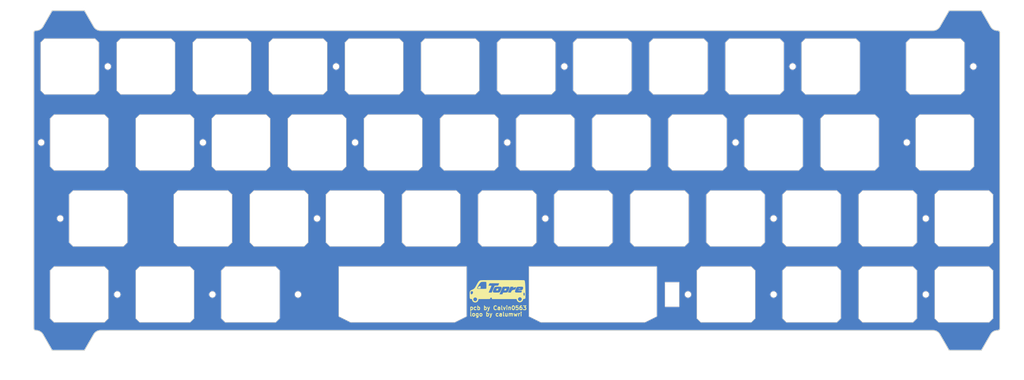
<source format=kicad_pcb>
(kicad_pcb (version 20240108) (generator "pcbnew") (generator_version "8.0")
  (layers (0 "F.Cu" signal) (31 "B.Cu" signal) (34 "B.Paste" user) (35 "F.Paste" user) (36 "B.SilkS" user "B.Silkscreen") (37 "F.SilkS" user "F.Silkscreen") (38 "B.Mask" user) (39 "F.Mask" user) (44 "Edge.Cuts" user))
  (net 0 "")
  (net 1 "GND")
  (footprint "cipulot_parts:ecs_plate_cut_1U" (layer "F.Cu") (at 146.84375 30.95625)
    (property "Reference" "REF**")
    (property "Value" "Value " (hide yes))
    (fp_line (start -7.3 -6) (end -7.3 6) (stroke (width 0.12)) (layer "Edge.Cuts"))
    (fp_line (start -7.3 6) (end -6.3 7) (stroke (width 0.12)) (layer "Edge.Cuts"))
    (fp_line (start -6.3 -7) (end -7.3 -6) (stroke (width 0.12)) (layer "Edge.Cuts"))
    (fp_line (start -6.3 7) (end 6.3 7) (stroke (width 0.12)) (layer "Edge.Cuts"))
    (fp_line (start 6.3 -7) (end -6.3 -7) (stroke (width 0.12)) (layer "Edge.Cuts"))
    (fp_line (start 6.3 -7) (end 7.3 -6) (stroke (width 0.12)) (layer "Edge.Cuts"))
    (fp_line (start 6.3 7) (end 7.3 6) (stroke (width 0.12)) (layer "Edge.Cuts"))
    (fp_line (start 7.3 6) (end 7.3 -6) (stroke (width 0.12)) (layer "Edge.Cuts"))
  )
  (footprint "cipulot_parts:ecs_plate_cut_1U" (layer "F.Cu") (at 56.35625 88.10625)
    (property "Reference" "REF**")
    (property "Value" "Value " (hide yes))
    (fp_line (start -7.3 -6) (end -7.3 6) (stroke (width 0.12)) (layer "Edge.Cuts"))
    (fp_line (start -7.3 6) (end -6.3 7) (stroke (width 0.12)) (layer "Edge.Cuts"))
    (fp_line (start -6.3 -7) (end -7.3 -6) (stroke (width 0.12)) (layer "Edge.Cuts"))
    (fp_line (start -6.3 7) (end 6.3 7) (stroke (width 0.12)) (layer "Edge.Cuts"))
    (fp_line (start 6.3 -7) (end -6.3 -7) (stroke (width 0.12)) (layer "Edge.Cuts"))
    (fp_line (start 6.3 -7) (end 7.3 -6) (stroke (width 0.12)) (layer "Edge.Cuts"))
    (fp_line (start 6.3 7) (end 7.3 6) (stroke (width 0.12)) (layer "Edge.Cuts"))
    (fp_line (start 7.3 6) (end 7.3 -6) (stroke (width 0.12)) (layer "Edge.Cuts"))
  )
  (footprint "cipulot_parts:ecs_plate_cut_1U" (layer "F.Cu") (at 34.925 88.10625)
    (property "Reference" "REF**")
    (property "Value" "Value " (hide yes))
    (fp_line (start -7.3 -6) (end -7.3 6) (stroke (width 0.12)) (layer "Edge.Cuts"))
    (fp_line (start -7.3 6) (end -6.3 7) (stroke (width 0.12)) (layer "Edge.Cuts"))
    (fp_line (start -6.3 -7) (end -7.3 -6) (stroke (width 0.12)) (layer "Edge.Cuts"))
    (fp_line (start -6.3 7) (end 6.3 7) (stroke (width 0.12)) (layer "Edge.Cuts"))
    (fp_line (start 6.3 -7) (end -6.3 -7) (stroke (width 0.12)) (layer "Edge.Cuts"))
    (fp_line (start 6.3 -7) (end 7.3 -6) (stroke (width 0.12)) (layer "Edge.Cuts"))
    (fp_line (start 6.3 7) (end 7.3 6) (stroke (width 0.12)) (layer "Edge.Cuts"))
    (fp_line (start 7.3 6) (end 7.3 -6) (stroke (width 0.12)) (layer "Edge.Cuts"))
  )
  (footprint "cipulot_parts:ecs_plate_cut_1U" (layer "F.Cu") (at 113.50625 50.00625)
    (property "Reference" "REF**")
    (property "Value" "Value " (hide yes))
    (fp_line (start -7.3 -6) (end -7.3 6) (stroke (width 0.12)) (layer "Edge.Cuts"))
    (fp_line (start -7.3 6) (end -6.3 7) (stroke (width 0.12)) (layer "Edge.Cuts"))
    (fp_line (start -6.3 -7) (end -7.3 -6) (stroke (width 0.12)) (layer "Edge.Cuts"))
    (fp_line (start -6.3 7) (end 6.3 7) (stroke (width 0.12)) (layer "Edge.Cuts"))
    (fp_line (start 6.3 -7) (end -6.3 -7) (stroke (width 0.12)) (layer "Edge.Cuts"))
    (fp_line (start 6.3 -7) (end 7.3 -6) (stroke (width 0.12)) (layer "Edge.Cuts"))
    (fp_line (start 6.3 7) (end 7.3 6) (stroke (width 0.12)) (layer "Edge.Cuts"))
    (fp_line (start 7.3 6) (end 7.3 -6) (stroke (width 0.12)) (layer "Edge.Cuts"))
  )
  (footprint "cipulot_parts:ecs_plate_cut_1U" (layer "F.Cu") (at 180.18125 69.05625)
    (property "Reference" "REF**")
    (property "Value" "Value " (hide yes))
    (fp_line (start -7.3 -6) (end -7.3 6) (stroke (width 0.12)) (layer "Edge.Cuts"))
    (fp_line (start -7.3 6) (end -6.3 7) (stroke (width 0.12)) (layer "Edge.Cuts"))
    (fp_line (start -6.3 -7) (end -7.3 -6) (stroke (width 0.12)) (layer "Edge.Cuts"))
    (fp_line (start -6.3 7) (end 6.3 7) (stroke (width 0.12)) (layer "Edge.Cuts"))
    (fp_line (start 6.3 -7) (end -6.3 -7) (stroke (width 0.12)) (layer "Edge.Cuts"))
    (fp_line (start 6.3 -7) (end 7.3 -6) (stroke (width 0.12)) (layer "Edge.Cuts"))
    (fp_line (start 6.3 7) (end 7.3 6) (stroke (width 0.12)) (layer "Edge.Cuts"))
    (fp_line (start 7.3 6) (end 7.3 -6) (stroke (width 0.12)) (layer "Edge.Cuts"))
  )
  (footprint "cipulot_parts:ecs_plate_cut_1U" (layer "F.Cu") (at 94.45625 50.00625)
    (property "Reference" "REF**")
    (property "Value" "Value " (hide yes))
    (fp_line (start -7.3 -6) (end -7.3 6) (stroke (width 0.12)) (layer "Edge.Cuts"))
    (fp_line (start -7.3 6) (end -6.3 7) (stroke (width 0.12)) (layer "Edge.Cuts"))
    (fp_line (start -6.3 -7) (end -7.3 -6) (stroke (width 0.12)) (layer "Edge.Cuts"))
    (fp_line (start -6.3 7) (end 6.3 7) (stroke (width 0.12)) (layer "Edge.Cuts"))
    (fp_line (start 6.3 -7) (end -6.3 -7) (stroke (width 0.12)) (layer "Edge.Cuts"))
    (fp_line (start 6.3 -7) (end 7.3 -6) (stroke (width 0.12)) (layer "Edge.Cuts"))
    (fp_line (start 6.3 7) (end 7.3 6) (stroke (width 0.12)) (layer "Edge.Cuts"))
    (fp_line (start 7.3 6) (end 7.3 -6) (stroke (width 0.12)) (layer "Edge.Cuts"))
  )
  (footprint "cipulot_parts:ecs_plate_cut_1U" (layer "F.Cu") (at 75.40625 50.00625)
    (property "Reference" "REF**")
    (property "Value" "Value " (hide yes))
    (fp_line (start -7.3 -6) (end -7.3 6) (stroke (width 0.12)) (layer "Edge.Cuts"))
    (fp_line (start -7.3 6) (end -6.3 7) (stroke (width 0.12)) (layer "Edge.Cuts"))
    (fp_line (start -6.3 -7) (end -7.3 -6) (stroke (width 0.12)) (layer "Edge.Cuts"))
    (fp_line (start -6.3 7) (end 6.3 7) (stroke (width 0.12)) (layer "Edge.Cuts"))
    (fp_line (start 6.3 -7) (end -6.3 -7) (stroke (width 0.12)) (layer "Edge.Cuts"))
    (fp_line (start 6.3 -7) (end 7.3 -6) (stroke (width 0.12)) (layer "Edge.Cuts"))
    (fp_line (start 6.3 7) (end 7.3 6) (stroke (width 0.12)) (layer "Edge.Cuts"))
    (fp_line (start 7.3 6) (end 7.3 -6) (stroke (width 0.12)) (layer "Edge.Cuts"))
  )
  (footprint "cipulot_parts:ecs_plate_cut_1U" (layer "F.Cu") (at 223.04375 30.95625)
    (property "Reference" "REF**")
    (property "Value" "Value " (hide yes))
    (fp_line (start -7.3 -6) (end -7.3 6) (stroke (width 0.12)) (layer "Edge.Cuts"))
    (fp_line (start -7.3 6) (end -6.3 7) (stroke (width 0.12)) (layer "Edge.Cuts"))
    (fp_line (start -6.3 -7) (end -7.3 -6) (stroke (width 0.12)) (layer "Edge.Cuts"))
    (fp_line (start -6.3 7) (end 6.3 7) (stroke (width 0.12)) (layer "Edge.Cuts"))
    (fp_line (start 6.3 -7) (end -6.3 -7) (stroke (width 0.12)) (layer "Edge.Cuts"))
    (fp_line (start 6.3 -7) (end 7.3 -6) (stroke (width 0.12)) (layer "Edge.Cuts"))
    (fp_line (start 6.3 7) (end 7.3 6) (stroke (width 0.12)) (layer "Edge.Cuts"))
    (fp_line (start 7.3 6) (end 7.3 -6) (stroke (width 0.12)) (layer "Edge.Cuts"))
  )
  (footprint "cipulot_parts:ecs_plate_cut_1U" (layer "F.Cu") (at 251.61875 50.00625)
    (property "Reference" "REF**")
    (property "Value" "Value " (hide yes))
    (fp_line (start -7.3 -6) (end -7.3 6) (stroke (width 0.12)) (layer "Edge.Cuts"))
    (fp_line (start -7.3 6) (end -6.3 7) (stroke (width 0.12)) (layer "Edge.Cuts"))
    (fp_line (start -6.3 -7) (end -7.3 -6) (stroke (width 0.12)) (layer "Edge.Cuts"))
    (fp_line (start -6.3 7) (end 6.3 7) (stroke (width 0.12)) (layer "Edge.Cuts"))
    (fp_line (start 6.3 -7) (end -6.3 -7) (stroke (width 0.12)) (layer "Edge.Cuts"))
    (fp_line (start 6.3 -7) (end 7.3 -6) (stroke (width 0.12)) (layer "Edge.Cuts"))
    (fp_line (start 6.3 7) (end 7.3 6) (stroke (width 0.12)) (layer "Edge.Cuts"))
    (fp_line (start 7.3 6) (end 7.3 -6) (stroke (width 0.12)) (layer "Edge.Cuts"))
  )
  (footprint "cipulot_parts:ecs_plate_cut_1U" (layer "F.Cu") (at 249.2375 30.95625)
    (property "Reference" "REF**")
    (property "Value" "Value " (hide yes))
    (fp_line (start -7.3 -6) (end -7.3 6) (stroke (width 0.12)) (layer "Edge.Cuts"))
    (fp_line (start -7.3 6) (end -6.3 7) (stroke (width 0.12)) (layer "Edge.Cuts"))
    (fp_line (start -6.3 -7) (end -7.3 -6) (stroke (width 0.12)) (layer "Edge.Cuts"))
    (fp_line (start -6.3 7) (end 6.3 7) (stroke (width 0.12)) (layer "Edge.Cuts"))
    (fp_line (start 6.3 -7) (end -6.3 -7) (stroke (width 0.12)) (layer "Edge.Cuts"))
    (fp_line (start 6.3 -7) (end 7.3 -6) (stroke (width 0.12)) (layer "Edge.Cuts"))
    (fp_line (start 6.3 7) (end 7.3 6) (stroke (width 0.12)) (layer "Edge.Cuts"))
    (fp_line (start 7.3 6) (end 7.3 -6) (stroke (width 0.12)) (layer "Edge.Cuts"))
  )
  (footprint "cipulot_parts:ecs_plate_cut_1U" (layer "F.Cu") (at 127.79375 30.95625)
    (property "Reference" "REF**")
    (property "Value" "Value " (hide yes))
    (fp_line (start -7.3 -6) (end -7.3 6) (stroke (width 0.12)) (layer "Edge.Cuts"))
    (fp_line (start -7.3 6) (end -6.3 7) (stroke (width 0.12)) (layer "Edge.Cuts"))
    (fp_line (start -6.3 -7) (end -7.3 -6) (stroke (width 0.12)) (layer "Edge.Cuts"))
    (fp_line (start -6.3 7) (end 6.3 7) (stroke (width 0.12)) (layer "Edge.Cuts"))
    (fp_line (start 6.3 -7) (end -6.3 -7) (stroke (width 0.12)) (layer "Edge.Cuts"))
    (fp_line (start 6.3 -7) (end 7.3 -6) (stroke (width 0.12)) (layer "Edge.Cuts"))
    (fp_line (start 6.3 7) (end 7.3 6) (stroke (width 0.12)) (layer "Edge.Cuts"))
    (fp_line (start 7.3 6) (end 7.3 -6) (stroke (width 0.12)) (layer "Edge.Cuts"))
  )
  (footprint "cipulot_parts:ecs_plate_cut_1U" (layer "F.Cu") (at 208.75625 50.00625)
    (property "Reference" "REF**")
    (property "Value" "Value " (hide yes))
    (fp_line (start -7.3 -6) (end -7.3 6) (stroke (width 0.12)) (layer "Edge.Cuts"))
    (fp_line (start -7.3 6) (end -6.3 7) (stroke (width 0.12)) (layer "Edge.Cuts"))
    (fp_line (start -6.3 -7) (end -7.3 -6) (stroke (width 0.12)) (layer "Edge.Cuts"))
    (fp_line (start -6.3 7) (end 6.3 7) (stroke (width 0.12)) (layer "Edge.Cuts"))
    (fp_line (start 6.3 -7) (end -6.3 -7) (stroke (width 0.12)) (layer "Edge.Cuts"))
    (fp_line (start 6.3 -7) (end 7.3 -6) (stroke (width 0.12)) (layer "Edge.Cuts"))
    (fp_line (start 6.3 7) (end 7.3 6) (stroke (width 0.12)) (layer "Edge.Cuts"))
    (fp_line (start 7.3 6) (end 7.3 -6) (stroke (width 0.12)) (layer "Edge.Cuts"))
  )
  (footprint "cipulot_parts:ecs_plate_cut_1U" (layer "F.Cu") (at 84.93125 69.05625)
    (property "Reference" "REF**")
    (property "Value" "Value " (hide yes))
    (fp_line (start -7.3 -6) (end -7.3 6) (stroke (width 0.12)) (layer "Edge.Cuts"))
    (fp_line (start -7.3 6) (end -6.3 7) (stroke (width 0.12)) (layer "Edge.Cuts"))
    (fp_line (start -6.3 -7) (end -7.3 -6) (stroke (width 0.12)) (layer "Edge.Cuts"))
    (fp_line (start -6.3 7) (end 6.3 7) (stroke (width 0.12)) (layer "Edge.Cuts"))
    (fp_line (start 6.3 -7) (end -6.3 -7) (stroke (width 0.12)) (layer "Edge.Cuts"))
    (fp_line (start 6.3 -7) (end 7.3 -6) (stroke (width 0.12)) (layer "Edge.Cuts"))
    (fp_line (start 6.3 7) (end 7.3 6) (stroke (width 0.12)) (layer "Edge.Cuts"))
    (fp_line (start 7.3 6) (end 7.3 -6) (stroke (width 0.12)) (layer "Edge.Cuts"))
  )
  (footprint "cipulot_parts:ecs_plate_cut_2U" (layer "F.Cu") (at 115.8875 88.10625)
    (property "Reference" "REF**")
    (property "Value" "Value " (hide yes))
    (fp_line (start -16 -7) (end 16 -7) (stroke (width 0.12)) (layer "Edge.Cuts"))
    (fp_line (start -16 0) (end -16 -7) (stroke (width 0.12)) (layer "Edge.Cuts"))
    (fp_line (start -16 0) (end -16 5.5) (stroke (width 0.12)) (layer "Edge.Cuts"))
    (fp_line (start -16 5.5) (end -13 7) (stroke (width 0.12)) (layer "Edge.Cuts"))
    (fp_line (start 13 7) (end -13 7) (stroke (width 0.12)) (layer "Edge.Cuts"))
    (fp_line (start 16 -7) (end 16 0) (stroke (width 0.12)) (layer "Edge.Cuts"))
    (fp_line (start 16 0) (end 16 5.5) (stroke (width 0.12)) (layer "Edge.Cuts"))
    (fp_line (start 16 5.5) (end 13 7) (stroke (width 0.12)) (layer "Edge.Cuts"))
  )
  (footprint "cipulot_parts:ecs_plate_cut_1U" (layer "F.Cu") (at 39.6875 69.05625)
    (property "Reference" "REF**")
    (property "Value" "Value " (hide yes))
    (fp_line (start -7.3 -6) (end -7.3 6) (stroke (width 0.12)) (layer "Edge.Cuts"))
    (fp_line (start -7.3 6) (end -6.3 7) (stroke (width 0.12)) (layer "Edge.Cuts"))
    (fp_line (start -6.3 -7) (end -7.3 -6) (stroke (width 0.12)) (layer "Edge.Cuts"))
    (fp_line (start -6.3 7) (end 6.3 7) (stroke (width 0.12)) (layer "Edge.Cuts"))
    (fp_line (start 6.3 -7) (end -6.3 -7) (stroke (width 0.12)) (layer "Edge.Cuts"))
    (fp_line (start 6.3 -7) (end 7.3 -6) (stroke (width 0.12)) (layer "Edge.Cuts"))
    (fp_line (start 6.3 7) (end 7.3 6) (stroke (width 0.12)) (layer "Edge.Cuts"))
    (fp_line (start 7.3 6) (end 7.3 -6) (stroke (width 0.12)) (layer "Edge.Cuts"))
  )
  (footprint "cipulot_parts:ecs_plate_cut_1U" (layer "F.Cu") (at 199.23125 69.05625)
    (property "Reference" "REF**")
    (property "Value" "Value " (hide yes))
    (fp_line (start -7.3 -6) (end -7.3 6) (stroke (width 0.12)) (layer "Edge.Cuts"))
    (fp_line (start -7.3 6) (end -6.3 7) (stroke (width 0.12)) (layer "Edge.Cuts"))
    (fp_line (start -6.3 -7) (end -7.3 -6) (stroke (width 0.12)) (layer "Edge.Cuts"))
    (fp_line (start -6.3 7) (end 6.3 7) (stroke (width 0.12)) (layer "Edge.Cuts"))
    (fp_line (start 6.3 -7) (end -6.3 -7) (stroke (width 0.12)) (layer "Edge.Cuts"))
    (fp_line (start 6.3 -7) (end 7.3 -6) (stroke (width 0.12)) (layer "Edge.Cuts"))
    (fp_line (start 6.3 7) (end 7.3 6) (stroke (width 0.12)) (layer "Edge.Cuts"))
    (fp_line (start 7.3 6) (end 7.3 -6) (stroke (width 0.12)) (layer "Edge.Cuts"))
  )
  (footprint "cipulot_parts:ecs_plate_cut_1U" (layer "F.Cu") (at 196.85 88.10625)
    (property "Reference" "REF**")
    (property "Value" "Value " (hide yes))
    (fp_line (start -7.3 -6) (end -7.3 6) (stroke (width 0.12)) (layer "Edge.Cuts"))
    (fp_line (start -7.3 6) (end -6.3 7) (stroke (width 0.12)) (layer "Edge.Cuts"))
    (fp_line (start -6.3 -7) (end -7.3 -6) (stroke (width 0.12)) (layer "Edge.Cuts"))
    (fp_line (start -6.3 7) (end 6.3 7) (stroke (width 0.12)) (layer "Edge.Cuts"))
    (fp_line (start 6.3 -7) (end -6.3 -7) (stroke (width 0.12)) (layer "Edge.Cuts"))
    (fp_line (start 6.3 -7) (end 7.3 -6) (stroke (width 0.12)) (layer "Edge.Cuts"))
    (fp_line (start 6.3 7) (end 7.3 6) (stroke (width 0.12)) (layer "Edge.Cuts"))
    (fp_line (start 7.3 6) (end 7.3 -6) (stroke (width 0.12)) (layer "Edge.Cuts"))
  )
  (footprint "cipulot_parts:ecs_plate_cut_1U" (layer "F.Cu") (at 189.70625 50.00625)
    (property "Reference" "REF**")
    (property "Value" "Value " (hide yes))
    (fp_line (start -7.3 -6) (end -7.3 6) (stroke (width 0.12)) (layer "Edge.Cuts"))
    (fp_line (start -7.3 6) (end -6.3 7) (stroke (width 0.12)) (layer "Edge.Cuts"))
    (fp_line (start -6.3 -7) (end -7.3 -6) (stroke (width 0.12)) (layer "Edge.Cuts"))
    (fp_line (start -6.3 7) (end 6.3 7) (stroke (width 0.12)) (layer "Edge.Cuts"))
    (fp_line (start 6.3 -7) (end -6.3 -7) (stroke (width 0.12)) (layer "Edge.Cuts"))
    (fp_line (start 6.3 -7) (end 7.3 -6) (stroke (width 0.12)) (layer "Edge.Cuts"))
    (fp_line (start 6.3 7) (end 7.3 6) (stroke (width 0.12)) (layer "Edge.Cuts"))
    (fp_line (start 7.3 6) (end 7.3 -6) (stroke (width 0.12)) (layer "Edge.Cuts"))
  )
  (footprint "cipulot_parts:ecs_plate_cut_1U" (layer "F.Cu") (at 34.925 50.00625)
    (property "Reference" "REF**")
    (property "Value" "Value " (hide yes))
    (fp_line (start -7.3 -6) (end -7.3 6) (stroke (width 0.12)) (layer "Edge.Cuts"))
    (fp_line (start -7.3 6) (end -6.3 7) (stroke (width 0.12)) (layer "Edge.Cuts"))
    (fp_line (start -6.3 -7) (end -7.3 -6) (stroke (width 0.12)) (layer "Edge.Cuts"))
    (fp_line (start -6.3 7) (end 6.3 7) (stroke (width 0.12)) (layer "Edge.Cuts"))
    (fp_line (start 6.3 -7) (end -6.3 -7) (stroke (width 0.12)) (layer "Edge.Cuts"))
    (fp_line (start 6.3 -7) (end 7.3 -6) (stroke (width 0.12)) (layer "Edge.Cuts"))
    (fp_line (start 6.3 7) (end 7.3 6) (stroke (width 0.12)) (layer "Edge.Cuts"))
    (fp_line (start 7.3 6) (end 7.3 -6) (stroke (width 0.12)) (layer "Edge.Cuts"))
  )
  (footprint "cipulot_parts:ecs_plate_cut_1U" (layer "F.Cu") (at 56.35625 50.00625)
    (property "Reference" "REF**")
    (property "Value" "Value " (hide yes))
    (fp_line (start -7.3 -6) (end -7.3 6) (stroke (width 0.12)) (layer "Edge.Cuts"))
    (fp_line (start -7.3 6) (end -6.3 7) (stroke (width 0.12)) (layer "Edge.Cuts"))
    (fp_line (start -6.3 -7) (end -7.3 -6) (stroke (width 0.12)) (layer "Edge.Cuts"))
    (fp_line (start -6.3 7) (end 6.3 7) (stroke (width 0.12)) (layer "Edge.Cuts"))
    (fp_line (start 6.3 -7) (end -6.3 -7) (stroke (width 0.12)) (layer "Edge.Cuts"))
    (fp_line (start 6.3 -7) (end 7.3 -6) (stroke (width 0.12)) (layer "Edge.Cuts"))
    (fp_line (start 6.3 7) (end 7.3 6) (stroke (width 0.12)) (layer "Edge.Cuts"))
    (fp_line (start 7.3 6) (end 7.3 -6) (stroke (width 0.12)) (layer "Edge.Cuts"))
  )
  (footprint "cipulot_parts:ecs_plate_cut_1U" (layer "F.Cu") (at 256.38125 88.10625)
    (property "Reference" "REF**")
    (property "Value" "Value " (hide yes))
    (fp_line (start -7.3 -6) (end -7.3 6) (stroke (width 0.12)) (layer "Edge.Cuts"))
    (fp_line (start -7.3 6) (end -6.3 7) (stroke (width 0.12)) (layer "Edge.Cuts"))
    (fp_line (start -6.3 -7) (end -7.3 -6) (stroke (width 0.12)) (layer "Edge.Cuts"))
    (fp_line (start -6.3 7) (end 6.3 7) (stroke (width 0.12)) (layer "Edge.Cuts"))
    (fp_line (start 6.3 -7) (end -6.3 -7) (stroke (width 0.12)) (layer "Edge.Cuts"))
    (fp_line (start 6.3 -7) (end 7.3 -6) (stroke (width 0.12)) (layer "Edge.Cuts"))
    (fp_line (start 6.3 7) (end 7.3 6) (stroke (width 0.12)) (layer "Edge.Cuts"))
    (fp_line (start 7.3 6) (end 7.3 -6) (stroke (width 0.12)) (layer "Edge.Cuts"))
  )
  (footprint "cipulot_parts:ecs_plate_cut_1U" (layer "F.Cu") (at 123.03125 69.05625)
    (property "Reference" "REF**")
    (property "Value" "Value " (hide yes))
    (fp_line (start -7.3 -6) (end -7.3 6) (stroke (width 0.12)) (layer "Edge.Cuts"))
    (fp_line (start -7.3 6) (end -6.3 7) (stroke (width 0.12)) (layer "Edge.Cuts"))
    (fp_line (start -6.3 -7) (end -7.3 -6) (stroke (width 0.12)) (layer "Edge.Cuts"))
    (fp_line (start -6.3 7) (end 6.3 7) (stroke (width 0.12)) (layer "Edge.Cuts"))
    (fp_line (start 6.3 -7) (end -6.3 -7) (stroke (width 0.12)) (layer "Edge.Cuts"))
    (fp_line (start 6.3 -7) (end 7.3 -6) (stroke (width 0.12)) (layer "Edge.Cuts"))
    (fp_line (start 6.3 7) (end 7.3 6) (stroke (width 0.12)) (layer "Edge.Cuts"))
    (fp_line (start 7.3 6) (end 7.3 -6) (stroke (width 0.12)) (layer "Edge.Cuts"))
  )
  (footprint "cipulot_parts:ecs_plate_cut_1U" (layer "F.Cu") (at 32.54375 30.95625)
    (property "Reference" "REF**")
    (property "Value" "Value " (hide yes))
    (fp_line (start -7.3 -6) (end -7.3 6) (stroke (width 0.12)) (layer "Edge.Cuts"))
    (fp_line (start -7.3 6) (end -6.3 7) (stroke (width 0.12)) (layer "Edge.Cuts"))
    (fp_line (start -6.3 -7) (end -7.3 -6) (stroke (width 0.12)) (layer "Edge.Cuts"))
    (fp_line (start -6.3 7) (end 6.3 7) (stroke (width 0.12)) (layer "Edge.Cuts"))
    (fp_line (start 6.3 -7) (end -6.3 -7) (stroke (width 0.12)) (layer "Edge.Cuts"))
    (fp_line (start 6.3 -7) (end 7.3 -6) (stroke (width 0.12)) (layer "Edge.Cuts"))
    (fp_line (start 6.3 7) (end 7.3 6) (stroke (width 0.12)) (layer "Edge.Cuts"))
    (fp_line (start 7.3 6) (end 7.3 -6) (stroke (width 0.12)) (layer "Edge.Cuts"))
  )
  (footprint "cipulot_parts:ecs_plate_cut_1U" (layer "F.Cu") (at 161.13125 69.05625)
    (property "Reference" "REF**")
    (property "Value" "Value " (hide yes))
    (fp_line (start -7.3 -6) (end -7.3 6) (stroke (width 0.12)) (layer "Edge.Cuts"))
    (fp_line (start -7.3 6) (end -6.3 7) (stroke (width 0.12)) (layer "Edge.Cuts"))
    (fp_line (start -6.3 -7) (end -7.3 -6) (stroke (width 0.12)) (layer "Edge.Cuts"))
    (fp_line (start -6.3 7) (end 6.3 7) (stroke (width 0.12)) (layer "Edge.Cuts"))
    (fp_line (start 6.3 -7) (end -6.3 -7) (stroke (width 0.12)) (layer "Edge.Cuts"))
    (fp_line (start 6.3 -7) (end 7.3 -6) (stroke (width 0.12)) (layer "Edge.Cuts"))
    (fp_line (start 6.3 7) (end 7.3 6) (stroke (width 0.12)) (layer "Edge.Cuts"))
    (fp_line (start 7.3 6) (end 7.3 -6) (stroke (width 0.12)) (layer "Edge.Cuts"))
  )
  (footprint "cipulot_parts:ecs_plate_cut_1U" (layer "F.Cu") (at 132.55625 50.00625)
    (property "Reference" "REF**")
    (property "Value" "Value " (hide yes))
    (fp_line (start -7.3 -6) (end -7.3 6) (stroke (width 0.12)) (layer "Edge.Cuts"))
    (fp_line (start -7.3 6) (end -6.3 7) (stroke (width 0.12)) (layer "Edge.Cuts"))
    (fp_line (start -6.3 -7) (end -7.3 -6) (stroke (width 0.12)) (layer "Edge.Cuts"))
    (fp_line (start -6.3 7) (end 6.3 7) (stroke (width 0.12)) (layer "Edge.Cuts"))
    (fp_line (start 6.3 -7) (end -6.3 -7) (stroke (width 0.12)) (layer "Edge.Cuts"))
    (fp_line (start 6.3 -7) (end 7.3 -6) (stroke (width 0.12)) (layer "Edge.Cuts"))
    (fp_line (start 6.3 7) (end 7.3 6) (stroke (width 0.12)) (layer "Edge.Cuts"))
    (fp_line (start 7.3 6) (end 7.3 -6) (stroke (width 0.12)) (layer "Edge.Cuts"))
  )
  (footprint "cipulot_parts:ecs_plate_cut_1U" (layer "F.Cu") (at 65.88125 69.05625)
    (property "Reference" "REF**")
    (property "Value" "Value " (hide yes))
    (fp_line (start -7.3 -6) (end -7.3 6) (stroke (width 0.12)) (layer "Edge.Cuts"))
    (fp_line (start -7.3 6) (end -6.3 7) (stroke (width 0.12)) (layer "Edge.Cuts"))
    (fp_line (start -6.3 -7) (end -7.3 -6) (stroke (width 0.12)) (layer "Edge.Cuts"))
    (fp_line (start -6.3 7) (end 6.3 7) (stroke (width 0.12)) (layer "Edge.Cuts"))
    (fp_line (start 6.3 -7) (end -6.3 -7) (stroke (width 0.12)) (layer "Edge.Cuts"))
    (fp_line (start 6.3 -7) (end 7.3 -6) (stroke (width 0.12)) (layer "Edge.Cuts"))
    (fp_line (start 6.3 7) (end 7.3 6) (stroke (width 0.12)) (layer "Edge.Cuts"))
    (fp_line (start 7.3 6) (end 7.3 -6) (stroke (width 0.12)) (layer "Edge.Cuts"))
  )
  (footprint "cipulot_parts:ecs_plate_cut_1U" (layer "F.Cu") (at 108.74375 30.95625)
    (property "Reference" "REF**")
    (property "Value" "Value " (hide yes))
    (fp_line (start -7.3 -6) (end -7.3 6) (stroke (width 0.12)) (layer "Edge.Cuts"))
    (fp_line (start -7.3 6) (end -6.3 7) (stroke (width 0.12)) (layer "Edge.Cuts"))
    (fp_line (start -6.3 -7) (end -7.3 -6) (stroke (width 0.12)) (layer "Edge.Cuts"))
    (fp_line (start -6.3 7) (end 6.3 7) (stroke (width 0.12)) (layer "Edge.Cuts"))
    (fp_line (start 6.3 -7) (end -6.3 -7) (stroke (width 0.12)) (layer "Edge.Cuts"))
    (fp_line (start 6.3 -7) (end 7.3 -6) (stroke (width 0.12)) (layer "Edge.Cuts"))
    (fp_line (start 6.3 7) (end 7.3 6) (stroke (width 0.12)) (layer "Edge.Cuts"))
    (fp_line (start 7.3 6) (end 7.3 -6) (stroke (width 0.12)) (layer "Edge.Cuts"))
  )
  (footprint "cipulot_parts:ecs_plate_cut_1U" (layer "F.Cu") (at 51.59375 30.95625)
    (property "Reference" "REF**")
    (property "Value" "Value " (hide yes))
    (fp_line (start -7.3 -6) (end -7.3 6) (stroke (width 0.12)) (layer "Edge.Cuts"))
    (fp_line (start -7.3 6) (end -6.3 7) (stroke (width 0.12)) (layer "Edge.Cuts"))
    (fp_line (start -6.3 -7) (end -7.3 -6) (stroke (width 0.12)) (layer "Edge.Cuts"))
    (fp_line (start -6.3 7) (end 6.3 7) (stroke (width 0.12)) (layer "Edge.Cuts"))
    (fp_line (start 6.3 -7) (end -6.3 -7) (stroke (width 0.12)) (layer "Edge.Cuts"))
    (fp_line (start 6.3 -7) (end 7.3 -6) (stroke (width 0.12)) (layer "Edge.Cuts"))
    (fp_line (start 6.3 7) (end 7.3 6) (stroke (width 0.12)) (layer "Edge.Cuts"))
    (fp_line (start 7.3 6) (end 7.3 -6) (stroke (width 0.12)) (layer "Edge.Cuts"))
  )
  (footprint "cipulot_parts:ecs_plate_cut_1U" (layer "F.Cu") (at 237.33125 69.05625)
    (property "Reference" "REF**")
    (property "Value" "Value " (hide yes))
    (fp_line (start -7.3 -6) (end -7.3 6) (stroke (width 0.12)) (layer "Edge.Cuts"))
    (fp_line (start -7.3 6) (end -6.3 7) (stroke (width 0.12)) (layer "Edge.Cuts"))
    (fp_line (start -6.3 -7) (end -7.3 -6) (stroke (width 0.12)) (layer "Edge.Cuts"))
    (fp_line (start -6.3 7) (end 6.3 7) (stroke (width 0.12)) (layer "Edge.Cuts"))
    (fp_line (start 6.3 -7) (end -6.3 -7) (stroke (width 0.12)) (layer "Edge.Cuts"))
    (fp_line (start 6.3 -7) (end 7.3 -6) (stroke (width 0.12)) (layer "Edge.Cuts"))
    (fp_line (start 6.3 7) (end 7.3 6) (stroke (width 0.12)) (layer "Edge.Cuts"))
    (fp_line (start 7.3 6) (end 7.3 -6) (stroke (width 0.12)) (layer "Edge.Cuts"))
  )
  (footprint "LOGO" (layer "F.Cu") (at 139.3 87.3125)
    (property "Reference" "G***" (hide yes))
    (property "Value" "LOGO" (hide yes))
  )
  (footprint "cipulot_parts:ecs_plate_cut_1U" (layer "F.Cu") (at 256.38125 69.05625)
    (property "Reference" "REF**")
    (property "Value" "Value " (hide yes))
    (fp_line (start -7.3 -6) (end -7.3 6) (stroke (width 0.12)) (layer "Edge.Cuts"))
    (fp_line (start -7.3 6) (end -6.3 7) (stroke (width 0.12)) (layer "Edge.Cuts"))
    (fp_line (start -6.3 -7) (end -7.3 -6) (stroke (width 0.12)) (layer "Edge.Cuts"))
    (fp_line (start -6.3 7) (end 6.3 7) (stroke (width 0.12)) (layer "Edge.Cuts"))
    (fp_line (start 6.3 -7) (end -6.3 -7) (stroke (width 0.12)) (layer "Edge.Cuts"))
    (fp_line (start 6.3 -7) (end 7.3 -6) (stroke (width 0.12)) (layer "Edge.Cuts"))
    (fp_line (start 6.3 7) (end 7.3 6) (stroke (width 0.12)) (layer "Edge.Cuts"))
    (fp_line (start 7.3 6) (end 7.3 -6) (stroke (width 0.12)) (layer "Edge.Cuts"))
  )
  (footprint "cipulot_parts:ecs_plate_cut_1U" (layer "F.Cu") (at 218.28125 88.10625)
    (property "Reference" "REF**")
    (property "Value" "Value " (hide yes))
    (fp_line (start -7.3 -6) (end -7.3 6) (stroke (width 0.12)) (layer "Edge.Cuts"))
    (fp_line (start -7.3 6) (end -6.3 7) (stroke (width 0.12)) (layer "Edge.Cuts"))
    (fp_line (start -6.3 -7) (end -7.3 -6) (stroke (width 0.12)) (layer "Edge.Cuts"))
    (fp_line (start -6.3 7) (end 6.3 7) (stroke (width 0.12)) (layer "Edge.Cuts"))
    (fp_line (start 6.3 -7) (end -6.3 -7) (stroke (width 0.12)) (layer "Edge.Cuts"))
    (fp_line (start 6.3 -7) (end 7.3 -6) (stroke (width 0.12)) (layer "Edge.Cuts"))
    (fp_line (start 6.3 7) (end 7.3 6) (stroke (width 0.12)) (layer "Edge.Cuts"))
    (fp_line (start 7.3 6) (end 7.3 -6) (stroke (width 0.12)) (layer "Edge.Cuts"))
  )
  (footprint "cipulot_parts:ecs_plate_cut_1U" (layer "F.Cu") (at 103.98125 69.05625)
    (property "Reference" "REF**")
    (property "Value" "Value " (hide yes))
    (fp_line (start -7.3 -6) (end -7.3 6) (stroke (width 0.12)) (layer "Edge.Cuts"))
    (fp_line (start -7.3 6) (end -6.3 7) (stroke (width 0.12)) (layer "Edge.Cuts"))
    (fp_line (start -6.3 -7) (end -7.3 -6) (stroke (width 0.12)) (layer "Edge.Cuts"))
    (fp_line (start -6.3 7) (end 6.3 7) (stroke (width 0.12)) (layer "Edge.Cuts"))
    (fp_line (start 6.3 -7) (end -6.3 -7) (stroke (width 0.12)) (layer "Edge.Cuts"))
    (fp_line (start 6.3 -7) (end 7.3 -6) (stroke (width 0.12)) (layer "Edge.Cuts"))
    (fp_line (start 6.3 7) (end 7.3 6) (stroke (width 0.12)) (layer "Edge.Cuts"))
    (fp_line (start 7.3 6) (end 7.3 -6) (stroke (width 0.12)) (layer "Edge.Cuts"))
  )
  (footprint "cipulot_parts:ecs_plate_cut_1U" (layer "F.Cu") (at 170.65625 50.00625)
    (property "Reference" "REF**")
    (property "Value" "Value " (hide yes))
    (fp_line (start -7.3 -6) (end -7.3 6) (stroke (width 0.12)) (layer "Edge.Cuts"))
    (fp_line (start -7.3 6) (end -6.3 7) (stroke (width 0.12)) (layer "Edge.Cuts"))
    (fp_line (start -6.3 -7) (end -7.3 -6) (stroke (width 0.12)) (layer "Edge.Cuts"))
    (fp_line (start -6.3 7) (end 6.3 7) (stroke (width 0.12)) (layer "Edge.Cuts"))
    (fp_line (start 6.3 -7) (end -6.3 -7) (stroke (width 0.12)) (layer "Edge.Cuts"))
    (fp_line (start 6.3 -7) (end 7.3 -6) (stroke (width 0.12)) (layer "Edge.Cuts"))
    (fp_line (start 6.3 7) (end 7.3 6) (stroke (width 0.12)) (layer "Edge.Cuts"))
    (fp_line (start 7.3 6) (end 7.3 -6) (stroke (width 0.12)) (layer "Edge.Cuts"))
  )
  (footprint "cipulot_parts:ecs_plate_cut_1U" (layer "F.Cu") (at 89.69375 30.95625)
    (property "Reference" "REF**")
    (property "Value" "Value " (hide yes))
    (fp_line (start -7.3 -6) (end -7.3 6) (stroke (width 0.12)) (layer "Edge.Cuts"))
    (fp_line (start -7.3 6) (end -6.3 7) (stroke (width 0.12)) (layer "Edge.Cuts"))
    (fp_line (start -6.3 -7) (end -7.3 -6) (stroke (width 0.12)) (layer "Edge.Cuts"))
    (fp_line (start -6.3 7) (end 6.3 7) (stroke (width 0.12)) (layer "Edge.Cuts"))
    (fp_line (start 6.3 -7) (end -6.3 -7) (stroke (width 0.12)) (layer "Edge.Cuts"))
    (fp_line (start 6.3 -7) (end 7.3 -6) (stroke (width 0.12)) (layer "Edge.Cuts"))
    (fp_line (start 6.3 7) (end 7.3 6) (stroke (width 0.12)) (layer "Edge.Cuts"))
    (fp_line (start 7.3 6) (end 7.3 -6) (stroke (width 0.12)) (layer "Edge.Cuts"))
  )
  (footprint "cipulot_parts:ecs_plate_cut_2U" (layer "F.Cu") (at 163.5125 88.10625)
    (property "Reference" "REF**")
    (property "Value" "Value " (hide yes))
    (fp_line (start -16 -7) (end 16 -7) (stroke (width 0.12)) (layer "Edge.Cuts"))
    (fp_line (start -16 0) (end -16 -7) (stroke (width 0.12)) (layer "Edge.Cuts"))
    (fp_line (start -16 0) (end -16 5.5) (stroke (width 0.12)) (layer "Edge.Cuts"))
    (fp_line (start -16 5.5) (end -13 7) (stroke (width 0.12)) (layer "Edge.Cuts"))
    (fp_line (start 13 7) (end -13 7) (stroke (width 0.12)) (layer "Edge.Cuts"))
    (fp_line (start 16 -7) (end 16 0) (stroke (width 0.12)) (layer "Edge.Cuts"))
    (fp_line (start 16 0) (end 16 5.5) (stroke (width 0.12)) (layer "Edge.Cuts"))
    (fp_line (start 16 5.5) (end 13 7) (stroke (width 0.12)) (layer "Edge.Cuts"))
  )
  (footprint "cipulot_parts:ecs_plate_cut_1U" (layer "F.Cu") (at 77.7875 88.10625)
    (property "Reference" "REF**")
    (property "Value" "Value " (hide yes))
    (fp_line (start -7.3 -6) (end -7.3 6) (stroke (width 0.12)) (layer "Edge.Cuts"))
    (fp_line (start -7.3 6) (end -6.3 7) (stroke (width 0.12)) (layer "Edge.Cuts"))
    (fp_line (start -6.3 -7) (end -7.3 -6) (stroke (width 0.12)) (layer "Edge.Cuts"))
    (fp_line (start -6.3 7) (end 6.3 7) (stroke (width 0.12)) (layer "Edge.Cuts"))
    (fp_line (start 6.3 -7) (end -6.3 -7) (stroke (width 0.12)) (layer "Edge.Cuts"))
    (fp_line (start 6.3 -7) (end 7.3 -6) (stroke (width 0.12)) (layer "Edge.Cuts"))
    (fp_line (start 6.3 7) (end 7.3 6) (stroke (width 0.12)) (layer "Edge.Cuts"))
    (fp_line (start 7.3 6) (end 7.3 -6) (stroke (width 0.12)) (layer "Edge.Cuts"))
  )
  (footprint "cipulot_parts:ecs_plate_cut_1U" (layer "F.Cu") (at 218.28125 69.05625)
    (property "Reference" "REF**")
    (property "Value" "Value " (hide yes))
    (fp_line (start -7.3 -6) (end -7.3 6) (stroke (width 0.12)) (layer "Edge.Cuts"))
    (fp_line (start -7.3 6) (end -6.3 7) (stroke (width 0.12)) (layer "Edge.Cuts"))
    (fp_line (start -6.3 -7) (end -7.3 -6) (stroke (width 0.12)) (layer "Edge.Cuts"))
    (fp_line (start -6.3 7) (end 6.3 7) (stroke (width 0.12)) (layer "Edge.Cuts"))
    (fp_line (start 6.3 -7) (end -6.3 -7) (stroke (width 0.12)) (layer "Edge.Cuts"))
    (fp_line (start 6.3 -7) (end 7.3 -6) (stroke (width 0.12)) (layer "Edge.Cuts"))
    (fp_line (start 6.3 7) (end 7.3 6) (stroke (width 0.12)) (layer "Edge.Cuts"))
    (fp_line (start 7.3 6) (end 7.3 -6) (stroke (width 0.12)) (layer "Edge.Cuts"))
  )
  (footprint "cipulot_parts:ecs_plate_cut_1U" (layer "F.Cu") (at 203.99375 30.95625)
    (property "Reference" "REF**")
    (property "Value" "Value " (hide yes))
    (fp_line (start -7.3 -6) (end -7.3 6) (stroke (width 0.12)) (layer "Edge.Cuts"))
    (fp_line (start -7.3 6) (end -6.3 7) (stroke (width 0.12)) (layer "Edge.Cuts"))
    (fp_line (start -6.3 -7) (end -7.3 -6) (stroke (width 0.12)) (layer "Edge.Cuts"))
    (fp_line (start -6.3 7) (end 6.3 7) (stroke (width 0.12)) (layer "Edge.Cuts"))
    (fp_line (start 6.3 -7) (end -6.3 -7) (stroke (width 0.12)) (layer "Edge.Cuts"))
    (fp_line (start 6.3 -7) (end 7.3 -6) (stroke (width 0.12)) (layer "Edge.Cuts"))
    (fp_line (start 6.3 7) (end 7.3 6) (stroke (width 0.12)) (layer "Edge.Cuts"))
    (fp_line (start 7.3 6) (end 7.3 -6) (stroke (width 0.12)) (layer "Edge.Cuts"))
  )
  (footprint "cipulot_parts:ecs_plate_cut_1U" (layer "F.Cu") (at 142.08125 69.05625)
    (property "Reference" "REF**")
    (property "Value" "Value " (hide yes))
    (fp_line (start -7.3 -6) (end -7.3 6) (stroke (width 0.12)) (layer "Edge.Cuts"))
    (fp_line (start -7.3 6) (end -6.3 7) (stroke (width 0.12)) (layer "Edge.Cuts"))
    (fp_line (start -6.3 -7) (end -7.3 -6) (stroke (width 0.12)) (layer "Edge.Cuts"))
    (fp_line (start -6.3 7) (end 6.3 7) (stroke (width 0.12)) (layer "Edge.Cuts"))
    (fp_line (start 6.3 -7) (end -6.3 -7) (stroke (width 0.12)) (layer "Edge.Cuts"))
    (fp_line (start 6.3 -7) (end 7.3 -6) (stroke (width 0.12)) (layer "Edge.Cuts"))
    (fp_line (start 6.3 7) (end 7.3 6) (stroke (width 0.12)) (layer "Edge.Cuts"))
    (fp_line (start 7.3 6) (end 7.3 -6) (stroke (width 0.12)) (layer "Edge.Cuts"))
  )
  (footprint "cipulot_parts:ecs_plate_cut_1U" (layer "F.Cu") (at 184.94375 30.95625)
    (property "Reference" "REF**")
    (property "Value" "Value " (hide yes))
    (fp_line (start -7.3 -6) (end -7.3 6) (stroke (width 0.12)) (layer "Edge.Cuts"))
    (fp_line (start -7.3 6) (end -6.3 7) (stroke (width 0.12)) (layer "Edge.Cuts"))
    (fp_line (start -6.3 -7) (end -7.3 -6) (stroke (width 0.12)) (layer "Edge.Cuts"))
    (fp_line (start -6.3 7) (end 6.3 7) (stroke (width 0.12)) (layer "Edge.Cuts"))
    (fp_line (start 6.3 -7) (end -6.3 -7) (stroke (width 0.12)) (layer "Edge.Cuts"))
    (fp_line (start 6.3 -7) (end 7.3 -6) (stroke (width 0.12)) (layer "Edge.Cuts"))
    (fp_line (start 6.3 7) (end 7.3 6) (stroke (width 0.12)) (layer "Edge.Cuts"))
    (fp_line (start 7.3 6) (end 7.3 -6) (stroke (width 0.12)) (layer "Edge.Cuts"))
  )
  (footprint "cipulot_parts:ecs_plate_cut_1U" (layer "F.Cu") (at 227.80625 50.00625)
    (property "Reference" "REF**")
    (property "Value" "Value " (hide yes))
    (fp_line (start -7.3 -6) (end -7.3 6) (stroke (width 0.12)) (layer "Edge.Cuts"))
    (fp_line (start -7.3 6) (end -6.3 7) (stroke (width 0.12)) (layer "Edge.Cuts"))
    (fp_line (start -6.3 -7) (end -7.3 -6) (stroke (width 0.12)) (layer "Edge.Cuts"))
    (fp_line (start -6.3 7) (end 6.3 7) (stroke (width 0.12)) (layer "Edge.Cuts"))
    (fp_line (start 6.3 -7) (end -6.3 -7) (stroke (width 0.12)) (layer "Edge.Cuts"))
    (fp_line (start 6.3 -7) (end 7.3 -6) (stroke (width 0.12)) (layer "Edge.Cuts"))
    (fp_line (start 6.3 7) (end 7.3 6) (stroke (width 0.12)) (layer "Edge.Cuts"))
    (fp_line (start 7.3 6) (end 7.3 -6) (stroke (width 0.12)) (layer "Edge.Cuts"))
  )
  (footprint "cipulot_parts:ecs_plate_cut_1U" (layer "F.Cu") (at 70.64375 30.95625)
    (property "Reference" "REF**")
    (property "Value" "Value " (hide yes))
    (fp_line (start -7.3 -6) (end -7.3 6) (stroke (width 0.12)) (layer "Edge.Cuts"))
    (fp_line (start -7.3 6) (end -6.3 7) (stroke (width 0.12)) (layer "Edge.Cuts"))
    (fp_line (start -6.3 -7) (end -7.3 -6) (stroke (width 0.12)) (layer "Edge.Cuts"))
    (fp_line (start -6.3 7) (end 6.3 7) (stroke (width 0.12)) (layer "Edge.Cuts"))
    (fp_line (start 6.3 -7) (end -6.3 -7) (stroke (width 0.12)) (layer "Edge.Cuts"))
    (fp_line (start 6.3 -7) (end 7.3 -6) (stroke (width 0.12)) (layer "Edge.Cuts"))
    (fp_line (start 6.3 7) (end 7.3 6) (stroke (width 0.12)) (layer "Edge.Cuts"))
    (fp_line (start 7.3 6) (end 7.3 -6) (stroke (width 0.12)) (layer "Edge.Cuts"))
  )
  (footprint "cipulot_parts:ecs_plate_cut_1U" (layer "F.Cu") (at 151.60625 50.00625)
    (property "Reference" "REF**")
    (property "Value" "Value " (hide yes))
    (fp_line (start -7.3 -6) (end -7.3 6) (stroke (width 0.12)) (layer "Edge.Cuts"))
    (fp_line (start -7.3 6) (end -6.3 7) (stroke (width 0.12)) (layer "Edge.Cuts"))
    (fp_line (start -6.3 -7) (end -7.3 -6) (stroke (width 0.12)) (layer "Edge.Cuts"))
    (fp_line (start -6.3 7) (end 6.3 7) (stroke (width 0.12)) (layer "Edge.Cuts"))
    (fp_line (start 6.3 -7) (end -6.3 -7) (stroke (width 0.12)) (layer "Edge.Cuts"))
    (fp_line (start 6.3 -7) (end 7.3 -6) (stroke (width 0.12)) (layer "Edge.Cuts"))
    (fp_line (start 6.3 7) (end 7.3 6) (stroke (width 0.12)) (layer "Edge.Cuts"))
    (fp_line (start 7.3 6) (end 7.3 -6) (stroke (width 0.12)) (layer "Edge.Cuts"))
  )
  (footprint "cipulot_parts:ecs_plate_cut_1U" (layer "F.Cu") (at 165.89375 30.95625)
    (property "Reference" "REF**")
    (property "Value" "Value " (hide yes))
    (fp_line (start -7.3 -6) (end -7.3 6) (stroke (width 0.12)) (layer "Edge.Cuts"))
    (fp_line (start -7.3 6) (end -6.3 7) (stroke (width 0.12)) (layer "Edge.Cuts"))
    (fp_line (start -6.3 -7) (end -7.3 -6) (stroke (width 0.12)) (layer "Edge.Cuts"))
    (fp_line (start -6.3 7) (end 6.3 7) (stroke (width 0.12)) (layer "Edge.Cuts"))
    (fp_line (start 6.3 -7) (end -6.3 -7) (stroke (width 0.12)) (layer "Edge.Cuts"))
    (fp_line (start 6.3 -7) (end 7.3 -6) (stroke (width 0.12)) (layer "Edge.Cuts"))
    (fp_line (start 6.3 7) (end 7.3 6) (stroke (width 0.12)) (layer "Edge.Cuts"))
    (fp_line (start 7.3 6) (end 7.3 -6) (stroke (width 0.12)) (layer "Edge.Cuts"))
  )
  (footprint "cipulot_parts:ecs_plate_cut_1U" (layer "F.Cu") (at 237.33125 88.10625)
    (property "Reference" "REF**")
    (property "Value" "Value " (hide yes))
    (fp_line (start -7.3 -6) (end -7.3 6) (stroke (width 0.12)) (layer "Edge.Cuts"))
    (fp_line (start -7.3 6) (end -6.3 7) (stroke (width 0.12)) (layer "Edge.Cuts"))
    (fp_line (start -6.3 -7) (end -7.3 -6) (stroke (width 0.12)) (layer "Edge.Cuts"))
    (fp_line (start -6.3 7) (end 6.3 7) (stroke (width 0.12)) (layer "Edge.Cuts"))
    (fp_line (start 6.3 -7) (end -6.3 -7) (stroke (width 0.12)) (layer "Edge.Cuts"))
    (fp_line (start 6.3 -7) (end 7.3 -6) (stroke (width 0.12)) (layer "Edge.Cuts"))
    (fp_line (start 6.3 7) (end 7.3 6) (stroke (width 0.12)) (layer "Edge.Cuts"))
    (fp_line (start 7.3 6) (end 7.3 -6) (stroke (width 0.12)) (layer "Edge.Cuts"))
  )
  (gr_line (start 40.2651 97.10625) (end 248.6599 97.10625) (stroke (width 0.2)) (layer "Edge.Cuts"))
  (gr_line (start 36.223648 16.95625) (end 28.151852 16.95625) (stroke (width 0.2)) (layer "Edge.Cuts"))
  (gr_arc (start 264.881249 21.95625) (mid 265.234803 22.102697) (end 265.38125 22.456251) (stroke (width 0.2)) (layer "Edge.Cuts"))
  (gr_circle (center 94.45625 69.05625) (end 95.25625 69.05625) (stroke (width 0.1)) (fill none) (layer "Edge.Cuts"))
  (gr_circle (center 156.36875 30.95625) (end 157.16875 30.95625) (stroke (width 0.1)) (fill none) (layer "Edge.Cuts"))
  (gr_line (start 248.6599 21.95625) (end 40.2651 21.95625) (stroke (width 0.2)) (layer "Edge.Cuts"))
  (gr_line (start 252.701352 16.95625) (end 250.391951 20.95625) (stroke (width 0.2)) (layer "Edge.Cuts"))
  (gr_line (start 260.773148 16.95625) (end 252.701352 16.95625) (stroke (width 0.2)) (layer "Edge.Cuts"))
  (gr_circle (center 199.23125 50.00625) (end 200.03125 50.00625) (stroke (width 0.1)) (fill none) (layer "Edge.Cuts"))
  (gr_line (start 265.38125 96.606249) (end 265.38125 22.456251) (stroke (width 0.2)) (layer "Edge.Cuts"))
  (gr_arc (start 248.6599 97.10625) (mid 249.6599 97.374199) (end 250.391951 98.106249) (stroke (width 0.2)) (layer "Edge.Cuts"))
  (gr_circle (center 44.45 88.10625) (end 45.25 88.10625) (stroke (width 0.1)) (fill none) (layer "Edge.Cuts"))
  (gr_line (start 23.54375 22.45625) (end 23.54375 96.60625) (stroke (width 0.2)) (layer "Edge.Cuts"))
  (gr_circle (center 242.09375 50.00625) (end 242.89375 50.00625) (stroke (width 0.1)) (fill none) (layer "Edge.Cuts"))
  (gr_arc (start 38.533049 98.106249) (mid 39.2651 97.374199) (end 40.2651 97.10625) (stroke (width 0.2)) (layer "Edge.Cuts"))
  (gr_circle (center 213.51875 30.95625) (end 214.31875 30.95625) (stroke (width 0.1)) (fill none) (layer "Edge.Cuts"))
  (gr_line (start 25.842451 98.10625) (end 28.151852 102.10625) (stroke (width 0.2)) (layer "Edge.Cuts"))
  (gr_circle (center 258.7625 30.95625) (end 259.5625 30.95625) (stroke (width 0.1)) (fill none) (layer "Edge.Cuts"))
  (gr_arc (start 250.391951 20.95625) (mid 249.6599 21.688301) (end 248.6599 21.95625) (stroke (width 0.2)) (layer "Edge.Cuts"))
  (gr_circle (center 68.2625 88.10625) (end 69.0625 88.10625) (stroke (width 0.1)) (fill none) (layer "Edge.Cuts"))
  (gr_circle (center 187.325 88.10625) (end 188.125 88.10625) (stroke (width 0.1)) (fill none) (layer "Edge.Cuts"))
  (gr_circle (center 25.4 50.00625) (end 26.2 50.00625) (stroke (width 0.1)) (fill none) (layer "Edge.Cuts"))
  (gr_circle (center 99.21875 30.95625) (end 100.01875 30.95625) (stroke (width 0.1)) (fill none) (layer "Edge.Cuts"))
  (gr_arc (start 265.38125 96.606249) (mid 265.234803 96.959803) (end 264.881249 97.10625) (stroke (width 0.2)) (layer "Edge.Cuts"))
  (gr_arc (start 24.1104 97.10625) (mid 25.1104 97.374199) (end 25.842451 98.10625) (stroke (width 0.2)) (layer "Edge.Cuts"))
  (gr_line (start 260.773148 102.10625) (end 263.082549 98.106249) (stroke (width 0.2)) (layer "Edge.Cuts"))
  (gr_rect (start 181.557575 85.028334) (end 185.154924 91.182607) (stroke (width 0.1)) (fill none) (layer "Edge.Cuts"))
  (gr_circle (center 246.85625 69.05625) (end 247.65625 69.05625) (stroke (width 0.1)) (fill none) (layer "Edge.Cuts"))
  (gr_line (start 36.223648 102.10625) (end 38.533049 98.106249) (stroke (width 0.2)) (layer "Edge.Cuts"))
  (gr_circle (center 42.06875 30.95625) (end 42.86875 30.95625) (stroke (width 0.1)) (fill none) (layer "Edge.Cuts"))
  (gr_circle (center 30.1625 69.05625) (end 30.9625 69.05625) (stroke (width 0.1)) (fill none) (layer "Edge.Cuts"))
  (gr_arc (start 24.04375 97.10625) (mid 23.690197 96.959803) (end 23.54375 96.60625) (stroke (width 0.2)) (layer "Edge.Cuts"))
  (gr_circle (center 151.60625 69.05625) (end 152.40625 69.05625) (stroke (width 0.1)) (fill none) (layer "Edge.Cuts"))
  (gr_arc (start 263.082549 98.106249) (mid 263.8146 97.374199) (end 264.8146 97.10625) (stroke (width 0.2)) (layer "Edge.Cuts"))
  (gr_circle (center 65.88125 50.00625) (end 66.68125 50.00625) (stroke (width 0.1)) (fill none) (layer "Edge.Cuts"))
  (gr_circle (center 103.98125 50.00625) (end 104.78125 50.00625) (stroke (width 0.1)) (fill none) (layer "Edge.Cuts"))
  (gr_circle (center 142.08125 50.00625) (end 142.88125 50.00625) (stroke (width 0.1)) (fill none) (layer "Edge.Cuts"))
  (gr_arc (start 40.2651 21.95625) (mid 39.2651 21.688301) (end 38.533049 20.95625) (stroke (width 0.2)) (layer "Edge.Cuts"))
  (gr_line (start 264.881249 21.95625) (end 264.8146 21.95625) (stroke (width 0.2)) (layer "Edge.Cuts"))
  (gr_line (start 28.151852 16.95625) (end 25.842451 20.95625) (stroke (width 0.2)) (layer "Edge.Cuts"))
  (gr_circle (center 89.69375 88.10625) (end 90.49375 88.10625) (stroke (width 0.1)) (fill none) (layer "Edge.Cuts"))
  (gr_line (start 28.151852 102.10625) (end 36.223648 102.10625) (stroke (width 0.2)) (layer "Edge.Cuts"))
  (gr_line (start 250.391951 98.106249) (end 252.701352 102.10625) (stroke (width 0.2)) (layer "Edge.Cuts"))
  (gr_line (start 263.082549 20.95625) (end 260.773148 16.95625) (stroke (width 0.2)) (layer "Edge.Cuts"))
  (gr_line (start 252.701352 102.10625) (end 260.773148 102.10625) (stroke (width 0.2)) (layer "Edge.Cuts"))
  (gr_line (start 264.8146 97.10625) (end 264.881249 97.10625) (stroke (width 0.2)) (layer "Edge.Cuts"))
  (gr_arc (start 23.54375 22.45625) (mid 23.690197 22.102697) (end 24.04375 21.95625) (stroke (width 0.2)) (layer "Edge.Cuts"))
  (gr_arc (start 25.843412 20.956805) (mid 25.081952 21.705686) (end 24.04375 21.95625) (stroke (width 0.2)) (layer "Edge.Cuts"))
  (gr_circle (center 208.75625 69.05625) (end 209.55625 69.05625) (stroke (width 0.1)) (fill none) (layer "Edge.Cuts"))
  (gr_line (start 38.533049 20.95625) (end 36.223648 16.95625) (stroke (width 0.2)) (layer "Edge.Cuts"))
  (gr_circle (center 246.85625 88.10625) (end 247.65625 88.10625) (stroke (width 0.1)) (fill none) (layer "Edge.Cuts"))
  (gr_line (start 24.04375 97.10625) (end 24.1104 97.10625) (stroke (width 0.2)) (layer "Edge.Cuts"))
  (gr_circle (center 208.75625 88.10625) (end 209.55625 88.10625) (stroke (width 0.1)) (fill none) (layer "Edge.Cuts"))
  (gr_arc (start 264.8146 21.95625) (mid 263.8146 21.688301) (end 263.082549 20.95625) (stroke (width 0.2)) (layer "Edge.Cuts"))
  (gr_text "logo by calumwri\n" (at 132.55625 93.6625 0) (layer "F.SilkS") (effects (font (size 1 1) (thickness 0.2) (bold yes)) (justify left bottom)))
  (gr_text "pcb by Calvin0563\n" (at 132.55625 92.075 0) (layer "F.SilkS") (effects (font (size 1 1) (thickness 0.2) (bold yes)) (justify left bottom)))
  (zone (net 1) (net_name "GND") (layers "F&B.Cu") (priority 2) (connect_pads (clearance 0.5)) (min_thickness 0.25) (fill yes (thermal_gap 0.5) (thermal_bridge_width 0.5) (island_removal_mode 1) (island_area_min 10))
    (polygon (pts (xy 270.66875 14.2875) (xy 271.4625 108.74375) (xy 15.875 109.5375) (xy 15.08125 14.2875)))
  )
)
</source>
